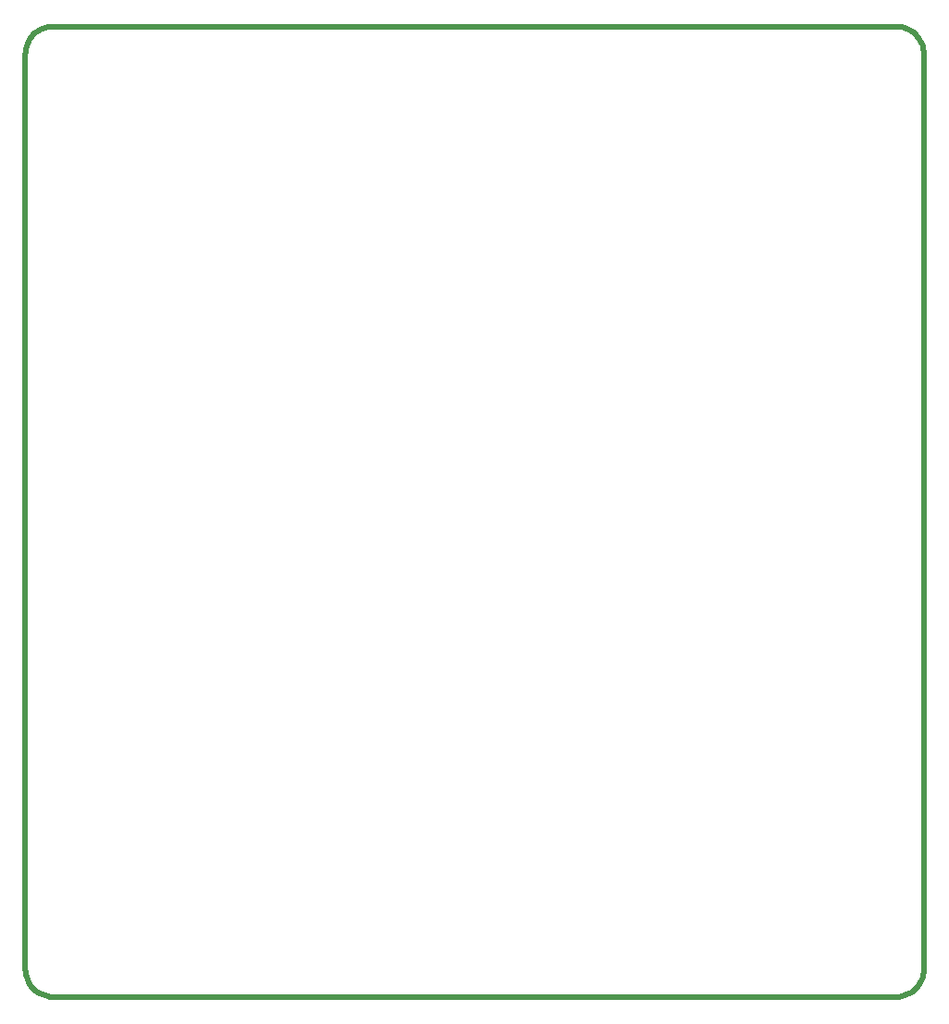
<source format=gko>
G04*
G04 #@! TF.GenerationSoftware,Altium Limited,Altium Designer,20.0.11 (256)*
G04*
G04 Layer_Color=16711935*
%FSLAX25Y25*%
%MOIN*%
G70*
G01*
G75*
%ADD15C,0.01000*%
%ADD125C,0.02000*%
D15*
X323500Y339000D02*
X323452Y339980D01*
X323308Y340951D01*
X323069Y341903D01*
X322739Y342827D01*
X322319Y343714D01*
X321815Y344556D01*
X321230Y345344D01*
X320571Y346071D01*
X319844Y346730D01*
X319056Y347315D01*
X318214Y347819D01*
X317327Y348239D01*
X316403Y348569D01*
X315451Y348808D01*
X314480Y348952D01*
X313500Y349000D01*
X10000D02*
X9020Y348952D01*
X8049Y348808D01*
X7097Y348569D01*
X6173Y348239D01*
X5286Y347819D01*
X4444Y347315D01*
X3656Y346730D01*
X2929Y346071D01*
X2270Y345344D01*
X1685Y344556D01*
X1181Y343714D01*
X761Y342827D01*
X431Y341903D01*
X192Y340951D01*
X48Y339980D01*
X0Y339000D01*
Y10000D02*
X48Y9020D01*
X192Y8049D01*
X431Y7097D01*
X761Y6173D01*
X1181Y5286D01*
X1685Y4444D01*
X2270Y3656D01*
X2929Y2929D01*
X3656Y2270D01*
X4444Y1685D01*
X5286Y1181D01*
X6173Y761D01*
X7097Y431D01*
X8049Y192D01*
X9020Y48D01*
X10000Y0D01*
X313500Y0D02*
X314480Y48D01*
X315451Y192D01*
X316403Y431D01*
X317327Y761D01*
X318214Y1181D01*
X319056Y1685D01*
X319844Y2270D01*
X320571Y2929D01*
X321230Y3656D01*
X321815Y4444D01*
X322319Y5286D01*
X322739Y6173D01*
X323069Y7097D01*
X323308Y8049D01*
X323452Y9020D01*
X323500Y10000D01*
X323500D02*
Y339000D01*
X10000Y349000D02*
X313500D01*
X0Y10000D02*
Y339000D01*
X10000Y0D02*
X313500D01*
D125*
X323500Y339000D02*
X323452Y339980D01*
X323308Y340951D01*
X323069Y341903D01*
X322739Y342827D01*
X322319Y343714D01*
X321815Y344556D01*
X321230Y345344D01*
X320571Y346071D01*
X319844Y346730D01*
X319056Y347315D01*
X318214Y347819D01*
X317327Y348239D01*
X316403Y348569D01*
X315451Y348808D01*
X314480Y348952D01*
X313500Y349000D01*
X10000D02*
X9020Y348952D01*
X8049Y348808D01*
X7097Y348569D01*
X6173Y348239D01*
X5286Y347819D01*
X4444Y347315D01*
X3656Y346730D01*
X2929Y346071D01*
X2270Y345344D01*
X1685Y344556D01*
X1181Y343714D01*
X761Y342827D01*
X431Y341903D01*
X192Y340951D01*
X48Y339980D01*
X0Y339000D01*
Y10000D02*
X48Y9020D01*
X192Y8049D01*
X431Y7097D01*
X761Y6173D01*
X1181Y5286D01*
X1685Y4444D01*
X2270Y3656D01*
X2929Y2929D01*
X3656Y2270D01*
X4444Y1685D01*
X5286Y1181D01*
X6173Y761D01*
X7097Y431D01*
X8049Y192D01*
X9020Y48D01*
X10000Y0D01*
X313500Y0D02*
X314480Y48D01*
X315451Y192D01*
X316403Y431D01*
X317327Y761D01*
X318214Y1181D01*
X319056Y1685D01*
X319844Y2270D01*
X320571Y2929D01*
X321230Y3656D01*
X321815Y4444D01*
X322319Y5286D01*
X322739Y6173D01*
X323069Y7097D01*
X323308Y8049D01*
X323452Y9020D01*
X323500Y10000D01*
X323500D02*
Y339000D01*
X10000Y349000D02*
X313500D01*
X0Y10000D02*
Y339000D01*
X10000Y0D02*
X313500D01*
M02*

</source>
